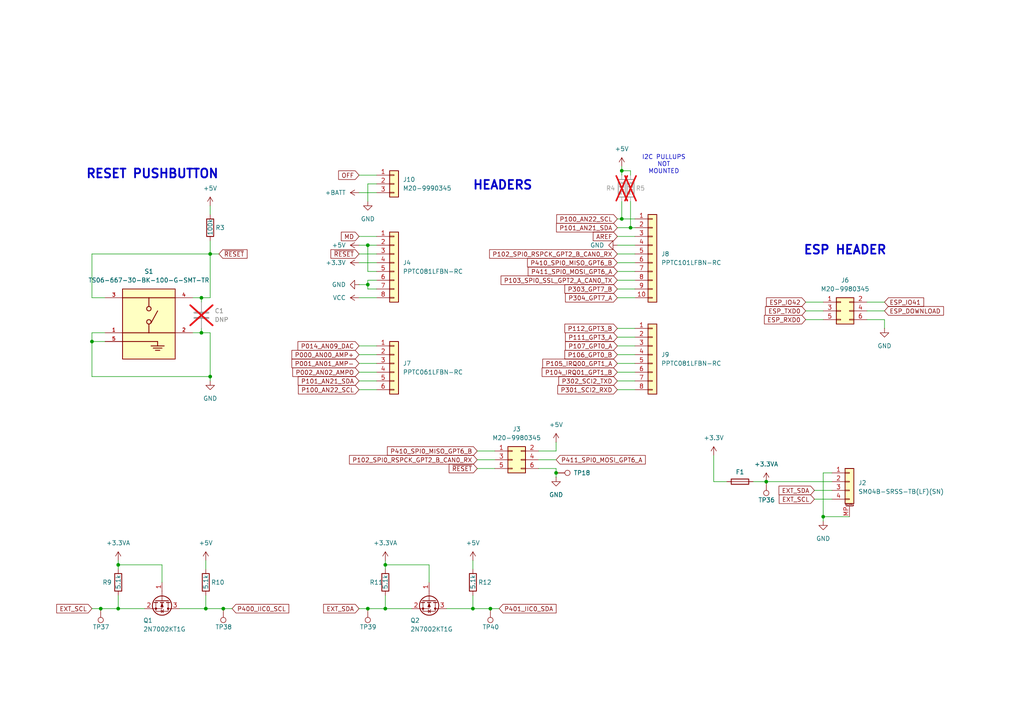
<source format=kicad_sch>
(kicad_sch (version 20231120) (generator "eeschema") (generator_version "8.0")
  (paper "A4")
  (title_block (title "Arduino UNO R4 WiFi Headers") (date "2024-05-14") (rev "1") (company "Carlos Sabogal"))
  (lib_symbols
    (symbol "Arduino UNO R4 WiFi:TS06-667-30-BK-100-G-SMT-TR" (pin_names (offset 1.016))
      (property "Reference" "S" (at -7.62 10.922 0))
      (property "Value" "TS06-667-30-BK-100-G-SMT-TR" (at -7.62 -10.922 0))
      (symbol "TS06-667-30-BK-100-G-SMT-TR_0_0"
        (rectangle (start -7.62 10.16) (end 7.62 -10.16) (stroke (width 0.254)) (fill (type background)))
        (polyline (pts (xy -7.62 -5.08) (xy 2.54 -5.08)) (stroke (width 0.254)))
        (polyline (pts (xy 0 -2.54) (xy -7.62 -2.54)) (stroke (width 0.254)))
        (polyline (pts (xy 0 -2.54) (xy 7.62 -2.54)) (stroke (width 0.254)))
        (polyline (pts (xy 0 0) (xy 0 -2.54)) (stroke (width 0.254)))
        (polyline (pts (xy 0 7.62) (xy -7.62 7.62)) (stroke (width 0.254)))
        (polyline (pts (xy 0 7.62) (xy 0 5.08)) (stroke (width 0.254)))
        (polyline (pts (xy 0 7.62) (xy 7.62 7.62)) (stroke (width 0.254)))
        (polyline (pts (xy 0.635 -6.35) (xy 2.54 -6.35)) (stroke (width 0.254)))
        (polyline (pts (xy 0.635 0.3175) (xy 2.54 3.81)) (stroke (width 0.254)))
        (polyline (pts (xy 1.27 -6.985) (xy 3.81 -6.985)) (stroke (width 0.254)))
        (polyline (pts (xy 1.905 -7.62) (xy 3.175 -7.62)) (stroke (width 0.254)))
        (polyline (pts (xy 2.54 -6.35) (xy 4.445 -6.35)) (stroke (width 0.254)))
        (polyline (pts (xy 2.54 -5.08) (xy 2.54 -6.35)) (stroke (width 0.254)))
        (circle (center 0 0.635) (radius 0.635) (stroke (width 0.254)))
        (circle (center 0 4.445) (radius 0.635) (stroke (width 0.254)))
        (pin passive line (at -12.7 -2.54 0) (length 5.08) (name "~") (number "1"))
        (pin passive line (at 12.7 -2.54 180) (length 5.08) (name "~") (number "2"))
        (pin passive line (at -12.7 7.62 0) (length 5.08) (name "~") (number "3"))
        (pin passive line (at 12.7 7.62 180) (length 5.08) (name "~") (number "4"))
        (pin passive line (at -12.7 -5.08 0) (length 5.08) (name "~") (number "5"))
      )
    )
    (symbol "Connector:TestPoint" (pin_numbers hide) (pin_names (offset 0.762) hide)
      (property "Reference" "TP" (at 0 6.858 0))
      (property "Value" "TestPoint" (at 0 5.08 0))
      (symbol "TestPoint_0_1"
        (circle (center 0 3.302) (radius 0.762))
      )
      (symbol "TestPoint_1_1"
        (pin passive line (at 0 0 90) (length 2.54) (name "1") (number "1"))
      )
    )
    (symbol "Connector_Generic:Conn_01x03" (pin_names (offset 1.016) hide)
      (property "Reference" "J" (at 0 5.08 0))
      (property "Value" "Conn_01x03" (at 0 -5.08 0))
      (symbol "Conn_01x03_1_1"
        (rectangle (start -1.27 -2.413) (end 0 -2.667) (stroke (width 0.1524)))
        (rectangle (start -1.27 0.127) (end 0 -0.127) (stroke (width 0.1524)))
        (rectangle (start -1.27 2.667) (end 0 2.413) (stroke (width 0.1524)))
        (rectangle (start -1.27 3.81) (end 1.27 -3.81) (stroke (width 0.254)) (fill (type background)))
        (pin passive line (at -5.08 2.54 0) (length 3.81) (name "Pin_1") (number "1"))
        (pin passive line (at -5.08 0 0) (length 3.81) (name "Pin_2") (number "2"))
        (pin passive line (at -5.08 -2.54 0) (length 3.81) (name "Pin_3") (number "3"))
      )
    )
    (symbol "Connector_Generic:Conn_01x06" (pin_names (offset 1.016) hide)
      (property "Reference" "J" (at 0 7.62 0))
      (property "Value" "Conn_01x06" (at 0 -10.16 0))
      (symbol "Conn_01x06_1_1"
        (rectangle (start -1.27 -7.493) (end 0 -7.747) (stroke (width 0.1524)))
        (rectangle (start -1.27 -4.953) (end 0 -5.207) (stroke (width 0.1524)))
        (rectangle (start -1.27 -2.413) (end 0 -2.667) (stroke (width 0.1524)))
        (rectangle (start -1.27 0.127) (end 0 -0.127) (stroke (width 0.1524)))
        (rectangle (start -1.27 2.667) (end 0 2.413) (stroke (width 0.1524)))
        (rectangle (start -1.27 5.207) (end 0 4.953) (stroke (width 0.1524)))
        (rectangle (start -1.27 6.35) (end 1.27 -8.89) (stroke (width 0.254)) (fill (type background)))
        (pin passive line (at -5.08 5.08 0) (length 3.81) (name "Pin_1") (number "1"))
        (pin passive line (at -5.08 2.54 0) (length 3.81) (name "Pin_2") (number "2"))
        (pin passive line (at -5.08 0 0) (length 3.81) (name "Pin_3") (number "3"))
        (pin passive line (at -5.08 -2.54 0) (length 3.81) (name "Pin_4") (number "4"))
        (pin passive line (at -5.08 -5.08 0) (length 3.81) (name "Pin_5") (number "5"))
        (pin passive line (at -5.08 -7.62 0) (length 3.81) (name "Pin_6") (number "6"))
      )
    )
    (symbol "Connector_Generic:Conn_01x08" (pin_names (offset 1.016) hide)
      (property "Reference" "J" (at 0 10.16 0))
      (property "Value" "Conn_01x08" (at 0 -12.7 0))
      (symbol "Conn_01x08_1_1"
        (rectangle (start -1.27 -10.033) (end 0 -10.287) (stroke (width 0.1524)))
        (rectangle (start -1.27 -7.493) (end 0 -7.747) (stroke (width 0.1524)))
        (rectangle (start -1.27 -4.953) (end 0 -5.207) (stroke (width 0.1524)))
        (rectangle (start -1.27 -2.413) (end 0 -2.667) (stroke (width 0.1524)))
        (rectangle (start -1.27 0.127) (end 0 -0.127) (stroke (width 0.1524)))
        (rectangle (start -1.27 2.667) (end 0 2.413) (stroke (width 0.1524)))
        (rectangle (start -1.27 5.207) (end 0 4.953) (stroke (width 0.1524)))
        (rectangle (start -1.27 7.747) (end 0 7.493) (stroke (width 0.1524)))
        (rectangle (start -1.27 8.89) (end 1.27 -11.43) (stroke (width 0.254)) (fill (type background)))
        (pin passive line (at -5.08 7.62 0) (length 3.81) (name "Pin_1") (number "1"))
        (pin passive line (at -5.08 5.08 0) (length 3.81) (name "Pin_2") (number "2"))
        (pin passive line (at -5.08 2.54 0) (length 3.81) (name "Pin_3") (number "3"))
        (pin passive line (at -5.08 0 0) (length 3.81) (name "Pin_4") (number "4"))
        (pin passive line (at -5.08 -2.54 0) (length 3.81) (name "Pin_5") (number "5"))
        (pin passive line (at -5.08 -5.08 0) (length 3.81) (name "Pin_6") (number "6"))
        (pin passive line (at -5.08 -7.62 0) (length 3.81) (name "Pin_7") (number "7"))
        (pin passive line (at -5.08 -10.16 0) (length 3.81) (name "Pin_8") (number "8"))
      )
    )
    (symbol "Connector_Generic:Conn_01x10" (pin_names (offset 1.016) hide)
      (property "Reference" "J" (at 0 12.7 0))
      (property "Value" "Conn_01x10" (at 0 -15.24 0))
      (symbol "Conn_01x10_1_1"
        (rectangle (start -1.27 -12.573) (end 0 -12.827) (stroke (width 0.1524)))
        (rectangle (start -1.27 -10.033) (end 0 -10.287) (stroke (width 0.1524)))
        (rectangle (start -1.27 -7.493) (end 0 -7.747) (stroke (width 0.1524)))
        (rectangle (start -1.27 -4.953) (end 0 -5.207) (stroke (width 0.1524)))
        (rectangle (start -1.27 -2.413) (end 0 -2.667) (stroke (width 0.1524)))
        (rectangle (start -1.27 0.127) (end 0 -0.127) (stroke (width 0.1524)))
        (rectangle (start -1.27 2.667) (end 0 2.413) (stroke (width 0.1524)))
        (rectangle (start -1.27 5.207) (end 0 4.953) (stroke (width 0.1524)))
        (rectangle (start -1.27 7.747) (end 0 7.493) (stroke (width 0.1524)))
        (rectangle (start -1.27 10.287) (end 0 10.033) (stroke (width 0.1524)))
        (rectangle (start -1.27 11.43) (end 1.27 -13.97) (stroke (width 0.254)) (fill (type background)))
        (pin passive line (at -5.08 10.16 0) (length 3.81) (name "Pin_1") (number "1"))
        (pin passive line (at -5.08 -12.7 0) (length 3.81) (name "Pin_10") (number "10"))
        (pin passive line (at -5.08 7.62 0) (length 3.81) (name "Pin_2") (number "2"))
        (pin passive line (at -5.08 5.08 0) (length 3.81) (name "Pin_3") (number "3"))
        (pin passive line (at -5.08 2.54 0) (length 3.81) (name "Pin_4") (number "4"))
        (pin passive line (at -5.08 0 0) (length 3.81) (name "Pin_5") (number "5"))
        (pin passive line (at -5.08 -2.54 0) (length 3.81) (name "Pin_6") (number "6"))
        (pin passive line (at -5.08 -5.08 0) (length 3.81) (name "Pin_7") (number "7"))
        (pin passive line (at -5.08 -7.62 0) (length 3.81) (name "Pin_8") (number "8"))
        (pin passive line (at -5.08 -10.16 0) (length 3.81) (name "Pin_9") (number "9"))
      )
    )
    (symbol "Connector_Generic:Conn_02x03_Odd_Even" (pin_names (offset 1.016) hide)
      (property "Reference" "J" (at 1.27 5.08 0))
      (property "Value" "Conn_02x03_Odd_Even" (at 1.27 -5.08 0))
      (symbol "Conn_02x03_Odd_Even_1_1"
        (rectangle (start -1.27 -2.413) (end 0 -2.667) (stroke (width 0.1524)))
        (rectangle (start -1.27 0.127) (end 0 -0.127) (stroke (width 0.1524)))
        (rectangle (start -1.27 2.667) (end 0 2.413) (stroke (width 0.1524)))
        (rectangle (start -1.27 3.81) (end 3.81 -3.81) (stroke (width 0.254)) (fill (type background)))
        (rectangle (start 3.81 -2.413) (end 2.54 -2.667) (stroke (width 0.1524)))
        (rectangle (start 3.81 0.127) (end 2.54 -0.127) (stroke (width 0.1524)))
        (rectangle (start 3.81 2.667) (end 2.54 2.413) (stroke (width 0.1524)))
        (pin passive line (at -5.08 2.54 0) (length 3.81) (name "Pin_1") (number "1"))
        (pin passive line (at 7.62 2.54 180) (length 3.81) (name "Pin_2") (number "2"))
        (pin passive line (at -5.08 0 0) (length 3.81) (name "Pin_3") (number "3"))
        (pin passive line (at 7.62 0 180) (length 3.81) (name "Pin_4") (number "4"))
        (pin passive line (at -5.08 -2.54 0) (length 3.81) (name "Pin_5") (number "5"))
        (pin passive line (at 7.62 -2.54 180) (length 3.81) (name "Pin_6") (number "6"))
      )
    )
    (symbol "Connector_Generic_MountingPin:Conn_01x04_MountingPin" (pin_names (offset 1.016) hide)
      (property "Reference" "J" (at 0 5.08 0))
      (property "Value" "Conn_01x04_MountingPin" (at 1.27 -7.62 0))
      (symbol "Conn_01x04_MountingPin_1_1"
        (rectangle (start -1.27 -4.953) (end 0 -5.207) (stroke (width 0.1524)))
        (rectangle (start -1.27 -2.413) (end 0 -2.667) (stroke (width 0.1524)))
        (rectangle (start -1.27 0.127) (end 0 -0.127) (stroke (width 0.1524)))
        (rectangle (start -1.27 2.667) (end 0 2.413) (stroke (width 0.1524)))
        (rectangle (start -1.27 3.81) (end 1.27 -6.35) (stroke (width 0.254)) (fill (type background)))
        (polyline (pts (xy -1.016 -7.112) (xy 1.016 -7.112)) (stroke (width 0.1524)))
        (text "Mounting" (at 0 -6.731 0) (effects (font (size 0.381 0.381))))
        (pin passive line (at -5.08 2.54 0) (length 3.81) (name "Pin_1") (number "1"))
        (pin passive line (at -5.08 0 0) (length 3.81) (name "Pin_2") (number "2"))
        (pin passive line (at -5.08 -2.54 0) (length 3.81) (name "Pin_3") (number "3"))
        (pin passive line (at -5.08 -5.08 0) (length 3.81) (name "Pin_4") (number "4"))
        (pin passive line (at 0 -10.16 90) (length 3.048) (name "MountPin") (number "MP"))
      )
    )
    (symbol "Device:C" (pin_numbers hide) (pin_names (offset 0.254))
      (property "Reference" "C" (at 0.635 2.54 0))
      (property "Value" "C" (at 0.635 -2.54 0))
      (symbol "C_0_1"
        (polyline (pts (xy -2.032 -0.762) (xy 2.032 -0.762)) (stroke (width 0.508)))
        (polyline (pts (xy -2.032 0.762) (xy 2.032 0.762)) (stroke (width 0.508)))
      )
      (symbol "C_1_1"
        (pin passive line (at 0 3.81 270) (length 2.794) (name "~") (number "1"))
        (pin passive line (at 0 -3.81 90) (length 2.794) (name "~") (number "2"))
      )
    )
    (symbol "Device:Fuse" (pin_numbers hide) (pin_names (offset 0))
      (property "Reference" "F" (at 2.032 0 90))
      (property "Value" "Fuse" (at -1.905 0 90))
      (symbol "Fuse_0_1"
        (rectangle (start -0.762 -2.54) (end 0.762 2.54) (stroke (width 0.254)))
        (polyline (pts (xy 0 2.54) (xy 0 -2.54)))
      )
      (symbol "Fuse_1_1"
        (pin passive line (at 0 3.81 270) (length 1.27) (name "~") (number "1"))
        (pin passive line (at 0 -3.81 90) (length 1.27) (name "~") (number "2"))
      )
    )
    (symbol "Device:Q_NMOS_GSD" (pin_names (offset 0) hide)
      (property "Reference" "Q" (at 5.08 1.27 0))
      (property "Value" "Q_NMOS_GSD" (at 5.08 -1.27 0))
      (symbol "Q_NMOS_GSD_0_1"
        (polyline (pts (xy 0.254 0) (xy -2.54 0)))
        (polyline (pts (xy 0.254 1.905) (xy 0.254 -1.905)) (stroke (width 0.254)))
        (polyline (pts (xy 0.762 -1.27) (xy 0.762 -2.286)) (stroke (width 0.254)))
        (polyline (pts (xy 0.762 0.508) (xy 0.762 -0.508)) (stroke (width 0.254)))
        (polyline (pts (xy 0.762 2.286) (xy 0.762 1.27)) (stroke (width 0.254)))
        (polyline (pts (xy 2.54 2.54) (xy 2.54 1.778)))
        (polyline (pts (xy 2.54 -2.54) (xy 2.54 0) (xy 0.762 0)))
        (polyline (pts (xy 0.762 -1.778) (xy 3.302 -1.778) (xy 3.302 1.778) (xy 0.762 1.778)))
        (polyline (pts (xy 1.016 0) (xy 2.032 0.381) (xy 2.032 -0.381) (xy 1.016 0)) (fill (type outline)))
        (polyline (pts (xy 2.794 0.508) (xy 2.921 0.381) (xy 3.683 0.381) (xy 3.81 0.254)))
        (polyline (pts (xy 3.302 0.381) (xy 2.921 -0.254) (xy 3.683 -0.254) (xy 3.302 0.381)))
        (circle (center 1.651 0) (radius 2.794) (stroke (width 0.254)))
        (circle (center 2.54 -1.778) (radius 0.254) (fill (type outline)))
        (circle (center 2.54 1.778) (radius 0.254) (fill (type outline)))
      )
      (symbol "Q_NMOS_GSD_1_1"
        (pin input line (at -5.08 0 0) (length 2.54) (name "G") (number "1"))
        (pin passive line (at 2.54 -5.08 90) (length 2.54) (name "S") (number "2"))
        (pin passive line (at 2.54 5.08 270) (length 2.54) (name "D") (number "3"))
      )
    )
    (symbol "Device:R" (pin_numbers hide) (pin_names (offset 0))
      (property "Reference" "R" (at 2.032 0 90))
      (property "Value" "R" (at 0 0 90))
      (symbol "R_0_1"
        (rectangle (start -1.016 -2.54) (end 1.016 2.54) (stroke (width 0.254)))
      )
      (symbol "R_1_1"
        (pin passive line (at 0 3.81 270) (length 1.27) (name "~") (number "1"))
        (pin passive line (at 0 -3.81 90) (length 1.27) (name "~") (number "2"))
      )
    )
    (symbol "power:+3.3V" (power) (pin_numbers hide) (pin_names (offset 0) hide)
      (property "Value" "+3.3V" (at 0 3.556 0))
      (symbol "+3.3V_0_1"
        (polyline (pts (xy -0.762 1.27) (xy 0 2.54)))
        (polyline (pts (xy 0 0) (xy 0 2.54)))
        (polyline (pts (xy 0 2.54) (xy 0.762 1.27)))
      )
      (symbol "+3.3V_1_1"
        (pin power_in line (at 0 0 90) (length 0) (name "~") (number "1"))
      )
    )
    (symbol "power:+3.3VA" (power) (pin_numbers hide) (pin_names (offset 0) hide)
      (property "Value" "+3.3VA" (at 0 3.556 0))
      (symbol "+3.3VA_0_1"
        (polyline (pts (xy -0.762 1.27) (xy 0 2.54)))
        (polyline (pts (xy 0 0) (xy 0 2.54)))
        (polyline (pts (xy 0 2.54) (xy 0.762 1.27)))
      )
      (symbol "+3.3VA_1_1"
        (pin power_in line (at 0 0 90) (length 0) (name "~") (number "1"))
      )
    )
    (symbol "power:+5V" (power) (pin_numbers hide) (pin_names (offset 0) hide)
      (property "Value" "+5V" (at 0 3.556 0))
      (symbol "+5V_0_1"
        (polyline (pts (xy -0.762 1.27) (xy 0 2.54)))
        (polyline (pts (xy 0 0) (xy 0 2.54)))
        (polyline (pts (xy 0 2.54) (xy 0.762 1.27)))
      )
      (symbol "+5V_1_1"
        (pin power_in line (at 0 0 90) (length 0) (name "~") (number "1"))
      )
    )
    (symbol "power:+BATT" (power) (pin_numbers hide) (pin_names (offset 0) hide)
      (property "Value" "+BATT" (at 0 3.556 0))
      (symbol "+BATT_0_1"
        (polyline (pts (xy -0.762 1.27) (xy 0 2.54)))
        (polyline (pts (xy 0 0) (xy 0 2.54)))
        (polyline (pts (xy 0 2.54) (xy 0.762 1.27)))
      )
      (symbol "+BATT_1_1"
        (pin power_in line (at 0 0 90) (length 0) (name "~") (number "1"))
      )
    )
    (symbol "power:GND" (power) (pin_numbers hide) (pin_names (offset 0) hide)
      (property "Value" "GND" (at 0 -3.81 0))
      (symbol "GND_0_1"
        (polyline (pts (xy 0 0) (xy 0 -1.27) (xy 1.27 -1.27) (xy 0 -2.54) (xy -1.27 -1.27) (xy 0 -1.27)))
      )
      (symbol "GND_1_1"
        (pin power_in line (at 0 0 270) (length 0) (name "~") (number "1"))
      )
    )
    (symbol "power:VCC" (power) (pin_numbers hide) (pin_names (offset 0) hide)
      (property "Value" "VCC" (at 0 3.556 0))
      (symbol "VCC_0_1"
        (polyline (pts (xy -0.762 1.27) (xy 0 2.54)))
        (polyline (pts (xy 0 0) (xy 0 2.54)))
        (polyline (pts (xy 0 2.54) (xy 0.762 1.27)))
      )
      (symbol "VCC_1_1"
        (pin power_in line (at 0 0 90) (length 0) (name "~") (number "1"))
      )
    )
  )
  (junction (at 180.34 63.5))
  (junction (at 142.24 176.53))
  (junction (at 58.42 96.52))
  (junction (at 111.76 176.53))
  (junction (at 238.76 149.86))
  (junction (at 34.29 176.53))
  (junction (at 58.42 86.36))
  (junction (at 26.67 99.06))
  (junction (at 180.34 49.53))
  (junction (at 137.16 176.53))
  (junction (at 106.68 71.12))
  (junction (at 161.29 137.16))
  (junction (at 111.76 163.83))
  (junction (at 29.21 176.53))
  (junction (at 34.29 163.83))
  (junction (at 106.68 176.53))
  (junction (at 222.25 139.7))
  (junction (at 59.69 176.53))
  (junction (at 106.68 82.55))
  (junction (at 60.96 73.66))
  (junction (at 182.88 66.04))
  (junction (at 60.96 109.22))
  (junction (at 64.77 176.53))
  (wire (pts (xy 137.16 172.72) (xy 137.16 176.53)))
  (wire (pts (xy 104.14 68.58) (xy 109.22 68.58)))
  (wire (pts (xy 207.01 139.7) (xy 210.82 139.7)))
  (wire (pts (xy 180.34 50.8) (xy 180.34 49.53)))
  (wire (pts (xy 104.14 113.03) (xy 109.22 113.03)))
  (wire (pts (xy 111.76 172.72) (xy 111.76 176.53)))
  (wire (pts (xy 161.29 130.81) (xy 161.29 128.27)))
  (wire (pts (xy 238.76 137.16) (xy 241.3 137.16)))
  (wire (pts (xy 60.96 110.49) (xy 60.96 109.22)))
  (wire (pts (xy 26.67 86.36) (xy 30.48 86.36)))
  (wire (pts (xy 26.67 73.66) (xy 60.96 73.66)))
  (wire (pts (xy 238.76 137.16) (xy 238.76 149.86)))
  (wire (pts (xy 58.42 86.36) (xy 55.88 86.36)))
  (wire (pts (xy 104.14 176.53) (xy 106.68 176.53)))
  (wire (pts (xy 138.43 130.81) (xy 143.51 130.81)))
  (wire (pts (xy 179.07 81.28) (xy 184.15 81.28)))
  (wire (pts (xy 179.07 73.66) (xy 184.15 73.66)))
  (wire (pts (xy 109.22 81.28) (xy 106.68 81.28)))
  (wire (pts (xy 26.67 73.66) (xy 26.67 86.36)))
  (wire (pts (xy 137.16 162.56) (xy 137.16 165.1)))
  (wire (pts (xy 104.14 110.49) (xy 109.22 110.49)))
  (wire (pts (xy 106.68 71.12) (xy 109.22 71.12)))
  (wire (pts (xy 60.96 96.52) (xy 60.96 109.22)))
  (wire (pts (xy 179.07 113.03) (xy 184.15 113.03)))
  (wire (pts (xy 180.34 63.5) (xy 184.15 63.5)))
  (wire (pts (xy 106.68 58.42) (xy 106.68 53.34)))
  (wire (pts (xy 222.25 139.7) (xy 241.3 139.7)))
  (wire (pts (xy 238.76 151.13) (xy 238.76 149.86)))
  (wire (pts (xy 104.14 86.36) (xy 109.22 86.36)))
  (wire (pts (xy 26.67 109.22) (xy 26.67 99.06)))
  (wire (pts (xy 251.46 87.63) (xy 256.54 87.63)))
  (wire (pts (xy 104.14 100.33) (xy 109.22 100.33)))
  (wire (pts (xy 60.96 59.69) (xy 60.96 62.23)))
  (wire (pts (xy 104.14 55.88) (xy 109.22 55.88)))
  (wire (pts (xy 106.68 81.28) (xy 106.68 82.55)))
  (wire (pts (xy 137.16 176.53) (xy 142.24 176.53)))
  (wire (pts (xy 104.14 76.2) (xy 109.22 76.2)))
  (wire (pts (xy 55.88 96.52) (xy 58.42 96.52)))
  (wire (pts (xy 256.54 92.71) (xy 251.46 92.71)))
  (wire (pts (xy 179.07 78.74) (xy 184.15 78.74)))
  (wire (pts (xy 46.99 168.91) (xy 46.99 163.83)))
  (wire (pts (xy 182.88 49.53) (xy 180.34 49.53)))
  (wire (pts (xy 156.21 130.81) (xy 161.29 130.81)))
  (wire (pts (xy 52.07 176.53) (xy 59.69 176.53)))
  (wire (pts (xy 111.76 162.56) (xy 111.76 163.83)))
  (wire (pts (xy 179.07 102.87) (xy 184.15 102.87)))
  (wire (pts (xy 29.21 176.53) (xy 34.29 176.53)))
  (wire (pts (xy 218.44 139.7) (xy 222.25 139.7)))
  (wire (pts (xy 106.68 82.55) (xy 106.68 83.82)))
  (wire (pts (xy 179.07 100.33) (xy 184.15 100.33)))
  (wire (pts (xy 179.07 66.04) (xy 182.88 66.04)))
  (wire (pts (xy 179.07 71.12) (xy 184.15 71.12)))
  (wire (pts (xy 104.14 107.95) (xy 109.22 107.95)))
  (wire (pts (xy 180.34 58.42) (xy 180.34 63.5)))
  (wire (pts (xy 182.88 50.8) (xy 182.88 49.53)))
  (wire (pts (xy 161.29 137.16) (xy 161.29 135.89)))
  (wire (pts (xy 179.07 107.95) (xy 184.15 107.95)))
  (wire (pts (xy 179.07 110.49) (xy 184.15 110.49)))
  (wire (pts (xy 34.29 163.83) (xy 34.29 165.1)))
  (wire (pts (xy 104.14 105.41) (xy 109.22 105.41)))
  (wire (pts (xy 60.96 73.66) (xy 63.5 73.66)))
  (wire (pts (xy 182.88 58.42) (xy 182.88 66.04)))
  (wire (pts (xy 104.14 71.12) (xy 106.68 71.12)))
  (wire (pts (xy 179.07 68.58) (xy 184.15 68.58)))
  (wire (pts (xy 124.46 168.91) (xy 124.46 163.83)))
  (wire (pts (xy 179.07 97.79) (xy 184.15 97.79)))
  (wire (pts (xy 106.68 83.82) (xy 109.22 83.82)))
  (wire (pts (xy 104.14 82.55) (xy 106.68 82.55)))
  (wire (pts (xy 236.22 142.24) (xy 241.3 142.24)))
  (wire (pts (xy 59.69 172.72) (xy 59.69 176.53)))
  (wire (pts (xy 106.68 71.12) (xy 106.68 78.74)))
  (wire (pts (xy 138.43 133.35) (xy 143.51 133.35)))
  (wire (pts (xy 58.42 95.25) (xy 58.42 96.52)))
  (wire (pts (xy 138.43 135.89) (xy 143.51 135.89)))
  (wire (pts (xy 106.68 176.53) (xy 111.76 176.53)))
  (wire (pts (xy 179.07 86.36) (xy 184.15 86.36)))
  (wire (pts (xy 60.96 109.22) (xy 26.67 109.22)))
  (wire (pts (xy 26.67 96.52) (xy 30.48 96.52)))
  (wire (pts (xy 109.22 78.74) (xy 106.68 78.74)))
  (wire (pts (xy 179.07 105.41) (xy 184.15 105.41)))
  (wire (pts (xy 236.22 144.78) (xy 241.3 144.78)))
  (wire (pts (xy 238.76 149.86) (xy 246.38 149.86)))
  (wire (pts (xy 26.67 176.53) (xy 29.21 176.53)))
  (wire (pts (xy 182.88 66.04) (xy 184.15 66.04)))
  (wire (pts (xy 60.96 73.66) (xy 60.96 86.36)))
  (wire (pts (xy 59.69 176.53) (xy 64.77 176.53)))
  (wire (pts (xy 58.42 96.52) (xy 60.96 96.52)))
  (wire (pts (xy 161.29 138.43) (xy 161.29 137.16)))
  (wire (pts (xy 179.07 63.5) (xy 180.34 63.5)))
  (wire (pts (xy 111.76 163.83) (xy 111.76 165.1)))
  (wire (pts (xy 34.29 162.56) (xy 34.29 163.83)))
  (wire (pts (xy 26.67 99.06) (xy 30.48 99.06)))
  (wire (pts (xy 233.68 90.17) (xy 238.76 90.17)))
  (wire (pts (xy 142.24 176.53) (xy 144.78 176.53)))
  (wire (pts (xy 256.54 92.71) (xy 256.54 95.25)))
  (wire (pts (xy 179.07 76.2) (xy 184.15 76.2)))
  (wire (pts (xy 106.68 53.34) (xy 109.22 53.34)))
  (wire (pts (xy 207.01 132.08) (xy 207.01 139.7)))
  (wire (pts (xy 60.96 86.36) (xy 58.42 86.36)))
  (wire (pts (xy 104.14 102.87) (xy 109.22 102.87)))
  (wire (pts (xy 179.07 95.25) (xy 184.15 95.25)))
  (wire (pts (xy 104.14 50.8) (xy 109.22 50.8)))
  (wire (pts (xy 46.99 163.83) (xy 34.29 163.83)))
  (wire (pts (xy 26.67 99.06) (xy 26.67 96.52)))
  (wire (pts (xy 58.42 86.36) (xy 58.42 87.63)))
  (wire (pts (xy 180.34 49.53) (xy 180.34 48.26)))
  (wire (pts (xy 111.76 176.53) (xy 119.38 176.53)))
  (wire (pts (xy 104.14 73.66) (xy 109.22 73.66)))
  (wire (pts (xy 60.96 69.85) (xy 60.96 73.66)))
  (wire (pts (xy 233.68 87.63) (xy 238.76 87.63)))
  (wire (pts (xy 156.21 135.89) (xy 161.29 135.89)))
  (wire (pts (xy 129.54 176.53) (xy 137.16 176.53)))
  (wire (pts (xy 233.68 92.71) (xy 238.76 92.71)))
  (wire (pts (xy 251.46 90.17) (xy 256.54 90.17)))
  (wire (pts (xy 34.29 172.72) (xy 34.29 176.53)))
  (wire (pts (xy 179.07 83.82) (xy 184.15 83.82)))
  (wire (pts (xy 156.21 133.35) (xy 161.29 133.35)))
  (wire (pts (xy 124.46 163.83) (xy 111.76 163.83)))
  (wire (pts (xy 59.69 162.56) (xy 59.69 165.1)))
  (wire (pts (xy 34.29 176.53) (xy 41.91 176.53)))
  (wire (pts (xy 64.77 176.53) (xy 67.31 176.53)))
  (text "RESET PUSHBUTTON" (at 44.196 50.546 0) (effects (font (size 2.54 2.54) (thickness 0.508) (bold yes))))
  (text "ESP HEADER" (at 245.11 72.644 0) (effects (font (size 2.54 2.54) (thickness 0.508) (bold yes))))
  (text "I2C PULLUPS\nNOT\nMOUNTED" (at 192.532 47.752 0) (effects (font (size 1.27 1.27))))
  (text "HEADERS" (at 145.796 53.848 0) (effects (font (size 2.54 2.54) (thickness 0.508) (bold yes))))
  (global_label "P111_GPT3_A" (shape input) (at 179.07 97.79 180) (property "Intersheetrefs" "${INTERSHEET_REFS}" (effects (hide yes))))
  (global_label "P105_IRQ00_GPT1_A" (shape input) (at 179.07 105.41 180) (property "Intersheetrefs" "${INTERSHEET_REFS}" (effects (hide yes))))
  (global_label "P304_GPT7_A" (shape input) (at 179.07 86.36 180) (property "Intersheetrefs" "${INTERSHEET_REFS}" (effects (hide yes))))
  (global_label "ESP_IO42" (shape input) (at 233.68 87.63 180) (property "Intersheetrefs" "${INTERSHEET_REFS}" (effects (hide yes))))
  (global_label "P107_GPT0_A" (shape input) (at 179.07 100.33 180) (property "Intersheetrefs" "${INTERSHEET_REFS}" (effects (hide yes))))
  (global_label "EXT_SCL" (shape input) (at 236.22 144.78 180) (property "Intersheetrefs" "${INTERSHEET_REFS}" (effects (hide yes))))
  (global_label "P411_SPI0_MOSI_GPT6_A" (shape input) (at 179.07 78.74 180) (property "Intersheetrefs" "${INTERSHEET_REFS}" (effects (hide yes))))
  (global_label "EXT_SDA" (shape input) (at 236.22 142.24 180) (property "Intersheetrefs" "${INTERSHEET_REFS}" (effects (hide yes))))
  (global_label "P410_SPI0_MISO_GPT6_B" (shape input) (at 138.43 130.81 180) (property "Intersheetrefs" "${INTERSHEET_REFS}" (effects (hide yes))))
  (global_label "~{RESET}" (shape input) (at 63.5 73.66 0) (property "Intersheetrefs" "${INTERSHEET_REFS}" (effects (hide yes))))
  (global_label "~{RESET}" (shape input) (at 138.43 135.89 180) (property "Intersheetrefs" "${INTERSHEET_REFS}" (effects (hide yes))))
  (global_label "P104_IRQ01_GPT1_B" (shape input) (at 179.07 107.95 180) (property "Intersheetrefs" "${INTERSHEET_REFS}" (effects (hide yes))))
  (global_label "P411_SPI0_MOSI_GPT6_A" (shape input) (at 161.29 133.35 0) (property "Intersheetrefs" "${INTERSHEET_REFS}" (effects (hide yes))))
  (global_label "MD" (shape input) (at 104.14 68.58 180) (property "Intersheetrefs" "${INTERSHEET_REFS}" (effects (hide yes))))
  (global_label "P100_AN22_SCL" (shape input) (at 179.07 63.5 180) (property "Intersheetrefs" "${INTERSHEET_REFS}" (effects (hide yes))))
  (global_label "P401_IIC0_SDA" (shape input) (at 144.78 176.53 0) (property "Intersheetrefs" "${INTERSHEET_REFS}" (effects (hide yes))))
  (global_label "P410_SPI0_MISO_GPT6_B" (shape input) (at 179.07 76.2 180) (property "Intersheetrefs" "${INTERSHEET_REFS}" (effects (hide yes))))
  (global_label "ESP_TXD0" (shape input) (at 233.68 90.17 180) (property "Intersheetrefs" "${INTERSHEET_REFS}" (effects (hide yes))))
  (global_label "P301_SCI2_RXD" (shape input) (at 179.07 113.03 180) (property "Intersheetrefs" "${INTERSHEET_REFS}" (effects (hide yes))))
  (global_label "~{RESET}" (shape input) (at 104.14 73.66 180) (property "Intersheetrefs" "${INTERSHEET_REFS}" (effects (hide yes))))
  (global_label "P014_AN09_DAC" (shape input) (at 104.14 100.33 180) (property "Intersheetrefs" "${INTERSHEET_REFS}" (effects (hide yes))))
  (global_label "P302_SCI2_TXD" (shape input) (at 179.07 110.49 180) (property "Intersheetrefs" "${INTERSHEET_REFS}" (effects (hide yes))))
  (global_label "P103_SPI0_SSL_GPT2_A_CAN0_TX" (shape input) (at 179.07 81.28 180) (property "Intersheetrefs" "${INTERSHEET_REFS}" (effects (hide yes))))
  (global_label "P001_AN01_AMP-" (shape input) (at 104.14 105.41 180) (property "Intersheetrefs" "${INTERSHEET_REFS}" (effects (hide yes))))
  (global_label "AREF" (shape input) (at 179.07 68.58 180) (property "Intersheetrefs" "${INTERSHEET_REFS}" (effects (hide yes))))
  (global_label "P303_GPT7_B" (shape input) (at 179.07 83.82 180) (property "Intersheetrefs" "${INTERSHEET_REFS}" (effects (hide yes))))
  (global_label "P400_IIC0_SCL" (shape input) (at 67.31 176.53 0) (property "Intersheetrefs" "${INTERSHEET_REFS}" (effects (hide yes))))
  (global_label "ESP_RXD0" (shape input) (at 233.68 92.71 180) (property "Intersheetrefs" "${INTERSHEET_REFS}" (effects (hide yes))))
  (global_label "EXT_SDA" (shape input) (at 104.14 176.53 180) (property "Intersheetrefs" "${INTERSHEET_REFS}" (effects (hide yes))))
  (global_label "P112_GPT3_B" (shape input) (at 179.07 95.25 180) (property "Intersheetrefs" "${INTERSHEET_REFS}" (effects (hide yes))))
  (global_label "P102_SPI0_RSPCK_GPT2_B_CAN0_RX" (shape input) (at 179.07 73.66 180) (property "Intersheetrefs" "${INTERSHEET_REFS}" (effects (hide yes))))
  (global_label "P106_GPT0_B" (shape input) (at 179.07 102.87 180) (property "Intersheetrefs" "${INTERSHEET_REFS}" (effects (hide yes))))
  (global_label "P101_AN21_SDA" (shape input) (at 179.07 66.04 180) (property "Intersheetrefs" "${INTERSHEET_REFS}" (effects (hide yes))))
  (global_label "P100_AN22_SCL" (shape input) (at 104.14 113.03 180) (property "Intersheetrefs" "${INTERSHEET_REFS}" (effects (hide yes))))
  (global_label "OFF" (shape input) (at 104.14 50.8 180) (property "Intersheetrefs" "${INTERSHEET_REFS}" (effects (hide yes))))
  (global_label "ESP_IO41" (shape input) (at 256.54 87.63 0) (property "Intersheetrefs" "${INTERSHEET_REFS}" (effects (hide yes))))
  (global_label "P102_SPI0_RSPCK_GPT2_B_CAN0_RX" (shape input) (at 138.43 133.35 180) (property "Intersheetrefs" "${INTERSHEET_REFS}" (effects (hide yes))))
  (global_label "P101_AN21_SDA" (shape input) (at 104.14 110.49 180) (property "Intersheetrefs" "${INTERSHEET_REFS}" (effects (hide yes))))
  (global_label "P000_AN00_AMP+" (shape input) (at 104.14 102.87 180) (property "Intersheetrefs" "${INTERSHEET_REFS}" (effects (hide yes))))
  (global_label "EXT_SCL" (shape input) (at 26.67 176.53 180) (property "Intersheetrefs" "${INTERSHEET_REFS}" (effects (hide yes))))
  (global_label "ESP_DOWNLOAD" (shape input) (at 256.54 90.17 0) (property "Intersheetrefs" "${INTERSHEET_REFS}" (effects (hide yes))))
  (global_label "P002_AN02_AMPO" (shape input) (at 104.14 107.95 180) (property "Intersheetrefs" "${INTERSHEET_REFS}" (effects (hide yes))))
  (symbol (lib_id "power:+5V") (at 59.69 162.56 0) (unit 1)
    (property "Reference" "#PWR080" (effects (hide yes)))
    (property "Value" "+5V" (at 59.69 157.48 0))
    (property "Description" "Power symbol creates a global label with name \"+5V\"" (effects (hide yes)))
  )
  (symbol (lib_id "power:+5V") (at 180.34 48.26 0) (mirror y) (unit 1)
    (property "Reference" "#PWR069" (effects (hide yes)))
    (property "Value" "+5V" (at 180.34 43.18 0))
    (property "Description" "Power symbol creates a global label with name \"+5V\"" (effects (hide yes)))
  )
  (symbol (lib_id "power:VCC") (at 104.14 86.36 90) (unit 1)
    (property "Reference" "#PWR065" (effects (hide yes)))
    (property "Value" "VCC" (at 100.33 86.3599 90) (effects (justify left)))
    (property "Description" "Power symbol creates a global label with name \"VCC\"" (effects (hide yes)))
  )
  (symbol (lib_id "Connector:TestPoint") (at 29.21 176.53 180) (unit 1)
    (property "Reference" "TP37" (at 31.75 181.864 0) (effects (justify left)))
    (property "Value" "TestPoint" (effects (hide yes)))
    (property "Footprint" "Arduino UNO R4 WiFi:TestPoint_Pad_D0.8mm" (effects (hide yes)))
    (property "Description" "test point" (effects (hide yes)))
  )
  (symbol (lib_id "Connector:TestPoint") (at 142.24 176.53 180) (unit 1)
    (property "Reference" "TP40" (at 144.78 181.864 0) (effects (justify left)))
    (property "Value" "TestPoint" (effects (hide yes)))
    (property "Footprint" "Arduino UNO R4 WiFi:TestPoint_Pad_D0.8mm" (effects (hide yes)))
    (property "Description" "test point" (effects (hide yes)))
  )
  (symbol (lib_id "Connector_Generic:Conn_01x03") (at 114.3 53.34 0) (unit 1)
    (property "Reference" "J10" (at 116.84 52.0699 0) (effects (justify left)))
    (property "Value" "M20-9990345" (at 116.84 54.6099 0) (effects (justify left)))
    (property "Footprint" "Connector_PinHeader_2.54mm:PinHeader_1x03_P2.54mm_Vertical" (effects (hide yes)))
    (property "Description" "Generic connector, single row, 01x03, script generated (kicad-library-utils/schlib/autogen/connector/)" (effects (hide yes)))
  )
  (symbol (lib_id "Connector_Generic_MountingPin:Conn_01x04_MountingPin") (at 246.38 139.7 0) (unit 1)
    (property "Reference" "J2" (at 248.92 140.0555 0) (effects (justify left)))
    (property "Value" "SM04B-SRSS-TB(LF)(SN)" (at 248.92 142.5955 0) (effects (justify left)))
    (property "Footprint" "Connector_JST:JST_SH_SM04B-SRSS-TB_1x04-1MP_P1.00mm_Horizontal" (effects (hide yes)))
    (property "Description" "Generic connectable mounting pin connector, single row, 01x04, script generated (kicad-library-utils/schlib/autogen/connector/)" (effects (hide yes)))
  )
  (symbol (lib_id "Connector:TestPoint") (at 222.25 139.7 180) (unit 1)
    (property "Reference" "TP36" (at 224.79 145.034 0) (effects (justify left)))
    (property "Value" "TestPoint" (effects (hide yes)))
    (property "Footprint" "Arduino UNO R4 WiFi:TestPoint_Pad_D0.8mm" (effects (hide yes)))
    (property "Description" "test point" (effects (hide yes)))
  )
  (symbol (lib_id "power:+3.3VA") (at 34.29 162.56 0) (unit 1)
    (property "Reference" "#PWR081" (effects (hide yes)))
    (property "Value" "+3.3VA" (at 34.29 157.48 0))
    (property "Description" "Power symbol creates a global label with name \"+3.3VA\"" (effects (hide yes)))
  )
  (symbol (lib_id "power:GND") (at 106.68 58.42 0) (unit 1)
    (property "Reference" "#PWR088" (effects (hide yes)))
    (property "Value" "GND" (at 106.68 63.5 0))
    (property "Description" "Power symbol creates a global label with name \"GND\" , ground" (effects (hide yes)))
  )
  (symbol (lib_id "Connector_Generic:Conn_02x03_Odd_Even") (at 148.59 133.35 0) (unit 1)
    (property "Reference" "J3" (at 149.86 124.46 0))
    (property "Value" "M20-9980345" (at 149.86 127 0))
    (property "Footprint" "Connector_PinHeader_2.54mm:PinHeader_2x03_P2.54mm_Vertical" (effects (hide yes)))
    (property "Description" "Generic connector, double row, 02x03, odd/even pin numbering scheme (row 1 odd numbers, row 2 even numbers), script generated (kicad-library-utils/schlib/autogen/connector/)" (effects (hide yes)))
  )
  (symbol (lib_id "Device:R") (at 182.88 54.61 0) (unit 1) (dnp yes)
    (property "Reference" "R5" (at 184.404 54.61 0) (effects (justify left)))
    (property "Value" "5.1k" (at 182.88 56.642 90) (effects (justify left)))
    (property "Footprint" "Resistor_SMD:R_0402_1005Metric" (effects (hide yes)))
    (property "Description" "Resistor" (effects (hide yes)))
  )
  (symbol (lib_id "Device:Q_NMOS_GSD") (at 124.46 173.99 270) (unit 1)
    (property "Reference" "Q2" (at 118.999 179.959 90) (effects (justify left)))
    (property "Value" "2N7002KT1G" (at 118.999 182.499 90) (effects (justify left)))
    (property "Footprint" "Package_TO_SOT_SMD:SC-59" (effects (hide yes)))
    (property "Description" "N-MOSFET transistor, gate/source/drain" (effects (hide yes)))
  )
  (symbol (lib_id "power:GND") (at 179.07 71.12 270) (unit 1)
    (property "Reference" "#PWR068" (effects (hide yes)))
    (property "Value" "GND" (at 175.26 71.1199 90) (effects (justify right)))
    (property "Description" "Power symbol creates a global label with name \"GND\" , ground" (effects (hide yes)))
  )
  (symbol (lib_id "Connector_Generic:Conn_01x08") (at 114.3 76.2 0) (unit 1)
    (property "Reference" "J4" (at 116.84 76.1999 0) (effects (justify left)))
    (property "Value" "PPTC081LFBN-RC" (at 116.84 78.7399 0) (effects (justify left)))
    (property "Footprint" "Connector_PinSocket_2.54mm:PinSocket_1x08_P2.54mm_Vertical" (effects (hide yes)))
    (property "Description" "Generic connector, single row, 01x08, script generated (kicad-library-utils/schlib/autogen/connector/)" (effects (hide yes)))
  )
  (symbol (lib_id "Device:R") (at 111.76 168.91 0) (unit 1)
    (property "Reference" "R11" (at 107.188 168.91 0) (effects (justify left)))
    (property "Value" "5.1k" (at 111.76 170.942 90) (effects (justify left)))
    (property "Footprint" "Resistor_SMD:R_0402_1005Metric" (effects (hide yes)))
    (property "Description" "Resistor" (effects (hide yes)))
  )
  (symbol (lib_id "power:+3.3V") (at 207.01 132.08 0) (unit 1)
    (property "Reference" "#PWR077" (effects (hide yes)))
    (property "Value" "+3.3V" (at 207.01 127 0))
    (property "Description" "Power symbol creates a global label with name \"+3.3V\"" (effects (hide yes)))
  )
  (symbol (lib_id "Connector:TestPoint") (at 161.29 137.16 270) (unit 1)
    (property "Reference" "TP18" (at 166.37 137.1599 90) (effects (justify left)))
    (property "Value" "TestPoint" (effects (hide yes)))
    (property "Footprint" "TestPoint:TestPoint_Pad_D1.0mm" (effects (hide yes)))
    (property "Description" "test point" (effects (hide yes)))
  )
  (symbol (lib_id "Connector_Generic:Conn_01x06") (at 114.3 105.41 0) (unit 1)
    (property "Reference" "J7" (at 116.84 105.4099 0) (effects (justify left)))
    (property "Value" "PPTC061LFBN-RC" (at 116.84 107.9499 0) (effects (justify left)))
    (property "Footprint" "Connector_PinSocket_2.54mm:PinSocket_1x06_P2.54mm_Vertical" (effects (hide yes)))
    (property "Description" "Generic connector, single row, 01x06, script generated (kicad-library-utils/schlib/autogen/connector/)" (effects (hide yes)))
  )
  (symbol (lib_id "Arduino UNO R4 WiFi:TS06-667-30-BK-100-G-SMT-TR") (at 43.18 93.98 0) (unit 1)
    (property "Reference" "S1" (at 43.18 78.74 0))
    (property "Value" "TS06-667-30-BK-100-G-SMT-TR" (at 43.18 81.28 0))
    (property "Footprint" "Arduino UNO R4 WiFi:SW_TS06-667-30-BK-100-G-SMT-TR" (effects (hide yes)))
    (property "PARTREV" "1.0" (effects (hide yes)))
    (property "MANUFACTURER" "Cui Devices" (effects (hide yes)))
    (property "MAXIMUM_PACKAGE_HEIGHT" "2.6 mm" (effects (hide yes)))
  )
  (symbol (lib_id "power:GND") (at 238.76 151.13 0) (unit 1)
    (property "Reference" "#PWR074" (effects (hide yes)))
    (property "Value" "GND" (at 238.76 156.21 0))
    (property "Description" "Power symbol creates a global label with name \"GND\" , ground" (effects (hide yes)))
  )
  (symbol (lib_id "power:+5V") (at 161.29 128.27 0) (unit 1)
    (property "Reference" "#PWR066" (effects (hide yes)))
    (property "Value" "+5V" (at 161.29 123.19 0))
    (property "Description" "Power symbol creates a global label with name \"+5V\"" (effects (hide yes)))
  )
  (symbol (lib_id "power:+3.3VA") (at 222.25 139.7 0) (unit 1)
    (property "Reference" "#PWR078" (effects (hide yes)))
    (property "Value" "+3.3VA" (at 222.25 134.62 0))
    (property "Description" "Power symbol creates a global label with name \"+3.3VA\"" (effects (hide yes)))
  )
  (symbol (lib_id "power:+5V") (at 104.14 71.12 90) (unit 1)
    (property "Reference" "#PWR062" (effects (hide yes)))
    (property "Value" "+5V" (at 100.33 71.1199 90) (effects (justify left)))
    (property "Description" "Power symbol creates a global label with name \"+5V\"" (effects (hide yes)))
  )
  (symbol (lib_id "power:+3.3VA") (at 111.76 162.56 0) (unit 1)
    (property "Reference" "#PWR086" (effects (hide yes)))
    (property "Value" "+3.3VA" (at 111.76 157.48 0))
    (property "Description" "Power symbol creates a global label with name \"+3.3VA\"" (effects (hide yes)))
  )
  (symbol (lib_id "power:+5V") (at 137.16 162.56 0) (unit 1)
    (property "Reference" "#PWR082" (effects (hide yes)))
    (property "Value" "+5V" (at 137.16 157.48 0))
    (property "Description" "Power symbol creates a global label with name \"+5V\"" (effects (hide yes)))
  )
  (symbol (lib_id "power:+5V") (at 60.96 59.69 0) (unit 1)
    (property "Reference" "#PWR060" (effects (hide yes)))
    (property "Value" "+5V" (at 60.96 54.61 0))
    (property "Description" "Power symbol creates a global label with name \"+5V\"" (effects (hide yes)))
  )
  (symbol (lib_id "power:GND") (at 161.29 138.43 0) (unit 1)
    (property "Reference" "#PWR067" (effects (hide yes)))
    (property "Value" "GND" (at 161.29 143.51 0))
    (property "Description" "Power symbol creates a global label with name \"GND\" , ground" (effects (hide yes)))
  )
  (symbol (lib_id "power:GND") (at 60.96 110.49 0) (unit 1)
    (property "Reference" "#PWR061" (effects (hide yes)))
    (property "Value" "GND" (at 60.96 115.57 0))
    (property "Description" "Power symbol creates a global label with name \"GND\" , ground" (effects (hide yes)))
  )
  (symbol (lib_id "Connector_Generic:Conn_02x03_Odd_Even") (at 243.84 90.17 0) (unit 1)
    (property "Reference" "J6" (at 245.11 81.28 0))
    (property "Value" "M20-9980345" (at 245.11 83.82 0))
    (property "Footprint" "Connector_PinHeader_2.54mm:PinHeader_2x03_P2.54mm_Vertical" (effects (hide yes)))
    (property "Description" "Generic connector, double row, 02x03, odd/even pin numbering scheme (row 1 odd numbers, row 2 even numbers), script generated (kicad-library-utils/schlib/autogen/connector/)" (effects (hide yes)))
  )
  (symbol (lib_id "Device:R") (at 60.96 66.04 0) (unit 1)
    (property "Reference" "R3" (at 62.484 66.04 0) (effects (justify left)))
    (property "Value" "100k" (at 60.96 68.326 90) (effects (justify left)))
    (property "Footprint" "Resistor_SMD:R_0402_1005Metric" (effects (hide yes)))
    (property "Description" "Resistor" (effects (hide yes)))
  )
  (symbol (lib_id "Device:R") (at 59.69 168.91 0) (unit 1)
    (property "Reference" "R10" (at 61.214 168.91 0) (effects (justify left)))
    (property "Value" "5.1k" (at 59.69 170.942 90) (effects (justify left)))
    (property "Footprint" "Resistor_SMD:R_0402_1005Metric" (effects (hide yes)))
    (property "Description" "Resistor" (effects (hide yes)))
  )
  (symbol (lib_id "Device:Q_NMOS_GSD") (at 46.99 173.99 270) (unit 1)
    (property "Reference" "Q1" (at 41.529 179.959 90) (effects (justify left)))
    (property "Value" "2N7002KT1G" (at 41.529 182.499 90) (effects (justify left)))
    (property "Footprint" "Package_TO_SOT_SMD:SC-59" (effects (hide yes)))
    (property "Description" "N-MOSFET transistor, gate/source/drain" (effects (hide yes)))
  )
  (symbol (lib_id "Connector_Generic:Conn_01x08") (at 189.23 102.87 0) (unit 1)
    (property "Reference" "J9" (at 191.77 102.8699 0) (effects (justify left)))
    (property "Value" "PPTC081LFBN-RC" (at 191.77 105.4099 0) (effects (justify left)))
    (property "Footprint" "Connector_PinSocket_2.54mm:PinSocket_1x08_P2.54mm_Vertical" (effects (hide yes)))
    (property "Description" "Generic connector, single row, 01x08, script generated (kicad-library-utils/schlib/autogen/connector/)" (effects (hide yes)))
  )
  (symbol (lib_id "Device:Fuse") (at 214.63 139.7 90) (unit 1)
    (property "Reference" "F1" (at 214.63 136.906 90))
    (property "Value" "MF-MSMF050-2-W2" (effects (hide yes)))
    (property "Footprint" "Fuse:Fuse_1812_4532Metric" (effects (hide yes)))
    (property "Description" "Fuse" (effects (hide yes)))
  )
  (symbol (lib_id "Device:R") (at 180.34 54.61 0) (unit 1) (dnp yes)
    (property "Reference" "R4" (at 175.768 54.61 0) (effects (justify left)))
    (property "Value" "5.1k" (at 180.34 56.642 90) (effects (justify left)))
    (property "Footprint" "Resistor_SMD:R_0402_1005Metric" (effects (hide yes)))
    (property "Description" "Resistor" (effects (hide yes)))
  )
  (symbol (lib_id "Device:R") (at 34.29 168.91 0) (unit 1)
    (property "Reference" "R9" (at 29.718 168.91 0) (effects (justify left)))
    (property "Value" "5.1k" (at 34.29 170.942 90) (effects (justify left)))
    (property "Footprint" "Resistor_SMD:R_0402_1005Metric" (effects (hide yes)))
    (property "Description" "Resistor" (effects (hide yes)))
  )
  (symbol (lib_id "power:+BATT") (at 104.14 55.88 90) (unit 1)
    (property "Reference" "#PWR087" (effects (hide yes)))
    (property "Value" "+BATT" (at 100.33 55.8799 90) (effects (justify left)))
    (property "Description" "Power symbol creates a global label with name \"+BATT\"" (effects (hide yes)))
  )
  (symbol (lib_id "Device:C") (at 58.42 91.44 0) (unit 1) (dnp yes)
    (property "Reference" "C1" (at 62.23 90.1699 0) (effects (justify left)))
    (property "Value" "DNP" (at 62.23 92.7099 0) (effects (justify left)))
    (property "Footprint" "Capacitor_SMD:C_0402_1005Metric" (effects (hide yes)))
    (property "Description" "Unpolarized capacitor" (effects (hide yes)))
  )
  (symbol (lib_id "Connector:TestPoint") (at 106.68 176.53 180) (unit 1)
    (property "Reference" "TP39" (at 109.22 181.864 0) (effects (justify left)))
    (property "Value" "TestPoint" (effects (hide yes)))
    (property "Footprint" "Arduino UNO R4 WiFi:TestPoint_Pad_D0.8mm" (effects (hide yes)))
    (property "Description" "test point" (effects (hide yes)))
  )
  (symbol (lib_id "Connector_Generic:Conn_01x10") (at 189.23 73.66 0) (unit 1)
    (property "Reference" "J8" (at 191.77 73.6599 0) (effects (justify left)))
    (property "Value" "PPTC101LFBN-RC" (at 191.77 76.1999 0) (effects (justify left)))
    (property "Footprint" "Connector_PinSocket_2.54mm:PinSocket_1x10_P2.54mm_Vertical" (effects (hide yes)))
    (property "Description" "Generic connector, single row, 01x10, script generated (kicad-library-utils/schlib/autogen/connector/)" (effects (hide yes)))
  )
  (symbol (lib_id "power:GND") (at 104.14 82.55 270) (unit 1)
    (property "Reference" "#PWR064" (effects (hide yes)))
    (property "Value" "GND" (at 100.33 82.5499 90) (effects (justify right)))
    (property "Description" "Power symbol creates a global label with name \"GND\" , ground" (effects (hide yes)))
  )
  (symbol (lib_id "power:+3.3V") (at 104.14 76.2 90) (unit 1)
    (property "Reference" "#PWR063" (effects (hide yes)))
    (property "Value" "+3.3V" (at 100.33 76.1999 90) (effects (justify left)))
    (property "Description" "Power symbol creates a global label with name \"+3.3V\"" (effects (hide yes)))
  )
  (symbol (lib_id "Connector:TestPoint") (at 64.77 176.53 180) (unit 1)
    (property "Reference" "TP38" (at 67.31 181.864 0) (effects (justify left)))
    (property "Value" "TestPoint" (effects (hide yes)))
    (property "Footprint" "Arduino UNO R4 WiFi:TestPoint_Pad_D0.8mm" (effects (hide yes)))
    (property "Description" "test point" (effects (hide yes)))
  )
  (symbol (lib_id "power:GND") (at 256.54 95.25 0) (mirror y) (unit 1)
    (property "Reference" "#PWR071" (effects (hide yes)))
    (property "Value" "GND" (at 256.54 100.33 0))
    (property "Description" "Power symbol creates a global label with name \"GND\" , ground" (effects (hide yes)))
  )
  (symbol (lib_id "Device:R") (at 137.16 168.91 0) (unit 1)
    (property "Reference" "R12" (at 138.684 168.91 0) (effects (justify left)))
    (property "Value" "5.1k" (at 137.16 170.942 90) (effects (justify left)))
    (property "Footprint" "Resistor_SMD:R_0402_1005Metric" (effects (hide yes)))
    (property "Description" "Resistor" (effects (hide yes)))
  )
)
</source>
